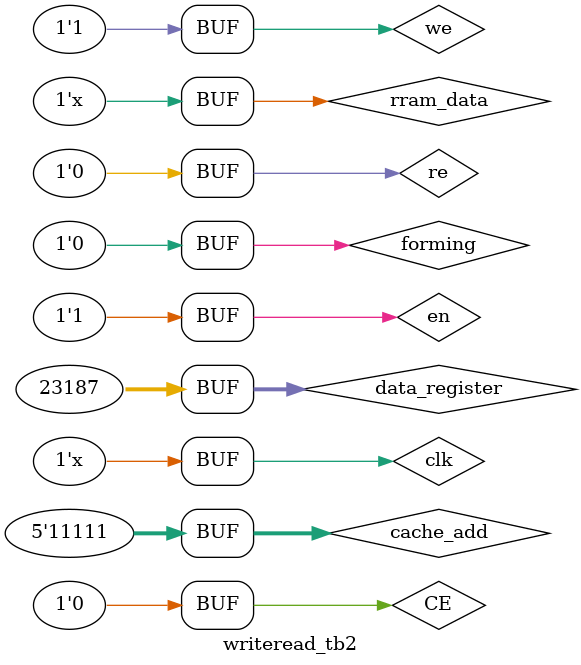
<source format=v>
`timescale 1ns/1ns
module writeread_tb2;
 reg CE;
 reg clk;
 reg[31:0] data_register;
 reg re;
 reg we;
 reg forming;
 reg[4:0] cache_add;
 wire[31:0] data_cache;
 wire rram_data;
 wire rram_ce;
 wire rram_we;
 wire rram_re;
 reg en;
 reg rram_data_in;
 //assign en=(we|forming)&(~we);
 assign rram_data=(!en)?rram_data_in:1'bz;
 writeread U1(clk,CE,data_register,data_cache,re,we,cache_add,forming,rram_re,rram_we,rram_data,rram_ce);
 always
  #5 clk=~clk;
 
 initial
  begin
   CE=1;
   clk=1;
   re=0;
   we=0;
   forming=0;
   data_register=32'b0101_1010_1001_0011;
   cache_add=5'b00000;
   #5 CE=0;
   #5 we=1;   //t=10
      en=1;
   #5 cache_add=5'b00001;
   #10 cache_add=5'b00010;
   #10 cache_add=5'b00011;
   #10 cache_add=5'b00100;
   #10 cache_add=5'b00101;
   #10 cache_add=5'b00110;
   #10 cache_add=5'b00111;
   #10 cache_add=5'b01000;
   #10 cache_add=5'b01001; 
   #10 cache_add=5'b01010;
   #10 cache_add=5'b01011;
   #10 cache_add=5'b01100;
   #10 cache_add=5'b01101;
   #10 cache_add=5'b01110;
   #10 cache_add=5'b01111;
   #10 cache_add=5'b10000;  
   #10 cache_add=5'b10001;
   #10 cache_add=5'b10010;
   #10 cache_add=5'b10011;
   #10 cache_add=5'b10100;
   #10 cache_add=5'b10101;
   #10 cache_add=5'b10110;
   #10 cache_add=5'b10111;
   #10 cache_add=5'b11000;
   #10 cache_add=5'b11001;
   #10 cache_add=5'b11010;
   #10 cache_add=5'b11011;
   #10 cache_add=5'b11100;
   #10 cache_add=5'b11101;
   #10 cache_add=5'b11110;
   #10 cache_add=5'b11111;   
  end
 endmodule
       
</source>
